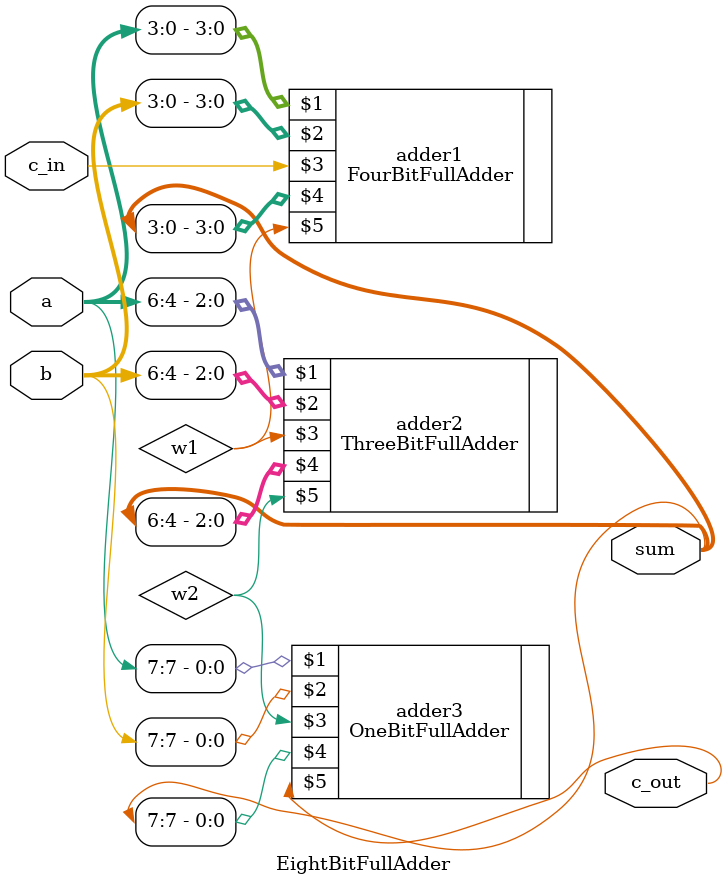
<source format=v>
module EightBitFullAdder(
	input [7:0] a,
	input [7:0] b,
	input c_in,
	output [7:0] sum,
	output c_out
);
	wire w1,w2;
	FourBitFullAdder adder1(
		a[3:0],
		b[3:0],
		c_in,
		sum[3:0],
		w1
	);
	ThreeBitFullAdder adder2(
		a[6:4],
		b[6:4],
		w1,
		sum[6:4],
		w2
	);
	OneBitFullAdder adder3(
		a[7],
		b[7],
		w2,
		sum[7],
		c_out
	);
endmodule

</source>
